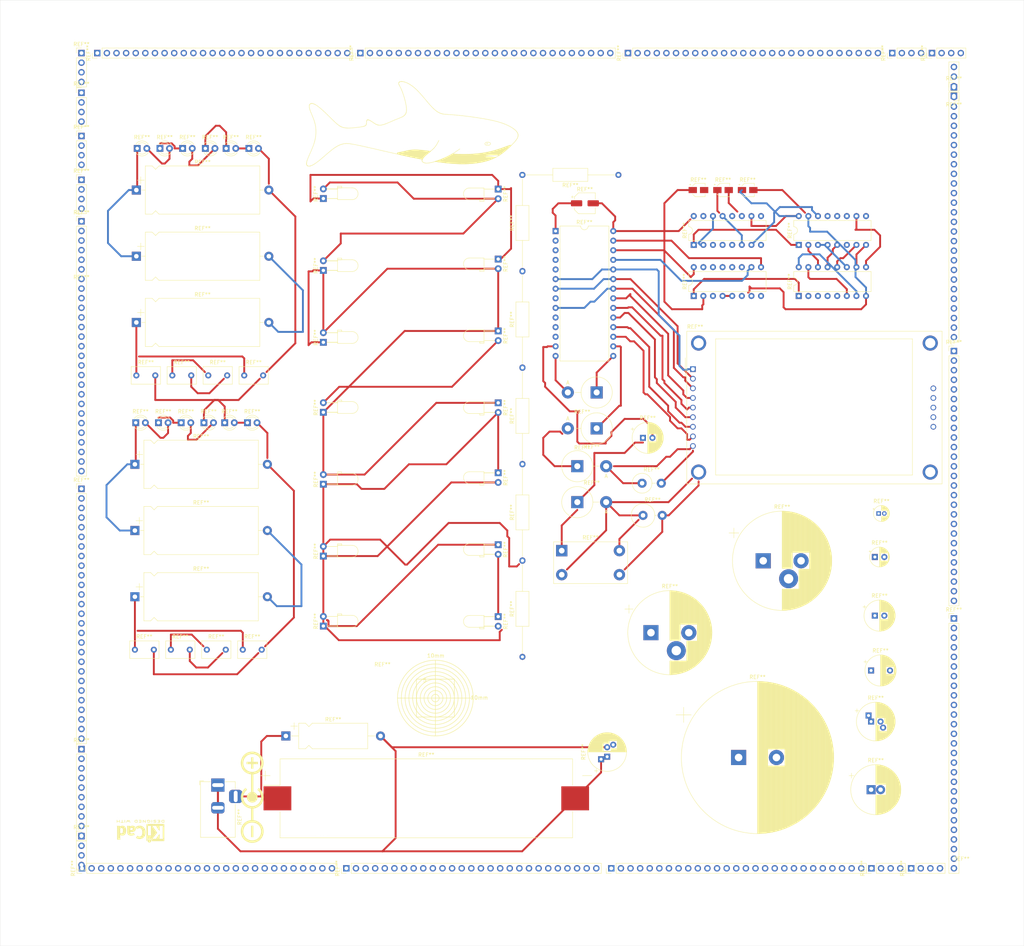
<source format=kicad_pcb>
(kicad_pcb (version 20240108) (generator "pcbnew") (generator_version "8.0")
  (layers (0 "F.Cu" signal) (31 "B.Cu" signal) (34 "B.Paste" user) (35 "F.Paste" user) (36 "B.SilkS" user "B.Silkscreen") (37 "F.SilkS" user "F.Silkscreen") (38 "B.Mask" user) (39 "F.Mask" user) (44 "Edge.Cuts" user))
  (net 0 "")
  (footprint "Diode_THT:D_5KPW_P7.62mm_Vertical_AnodeUp" (layer "F.Cu") (at 179 136.5 180)
    (property "Reference" "REF**")
    (property "Value" "D_5KPW_P7.62mm_Vertical_AnodeUp")
  )
  (footprint "Resistor_THT:R_Axial_DIN0617_L17.0mm_D6.0mm_P5.08mm_Vertical" (layer "F.Cu") (at 191.25 159.5)
    (property "Reference" "REF**")
    (property "Value" "R_Axial_DIN0617_L17.0mm_D6.0mm_P5.08mm_Vertical")
  )
  (footprint "Capacitor_THT:C_Disc_D7.5mm_W4.4mm_P5.00mm" (layer "F.Cu") (at 85.505 195)
    (property "Reference" "REF**")
    (property "Value" "C_Disc_D7.5mm_W4.4mm_P5.00mm")
  )
  (footprint "Capacitor_THT:C_Disc_D7.5mm_W4.4mm_P5.00mm" (layer "F.Cu") (at 85.89 122.5)
    (property "Reference" "REF**")
    (property "Value" "C_Disc_D7.5mm_W4.4mm_P5.00mm")
  )
  (footprint "Inductor_THT:L_CommonMode_Toroid_Vertical_L19.3mm_W10.8mm_Px6.35mm_Py15.24mm_Bourns_8100" (layer "F.Cu") (at 169.77 168.825)
    (property "Reference" "REF**")
    (property "Value" "L_CommonMode_Toroid_Vertical_L19.3mm_W10.8mm_Px6.35mm_Py15.24mm_Bourns_8100")
  )
  (footprint "Resistor_THT:R_Axial_DIN0309_L9.0mm_D3.2mm_P25.40mm_Horizontal" (layer "F.Cu") (at 184.747571 69.497147 180)
    (property "Reference" "REF**")
    (property "Value" "R_Axial_DIN0309_L9.0mm_D3.2mm_P25.40mm_Horizontal" (hide yes))
  )
  (footprint "Calibration_Scale:Gauge_10mm_Type3_SilkScreenTop" (layer "F.Cu") (at 136.39 207.79)
    (property "Reference" "REF**")
    (property "Value" "Gauge_10mm_Type3_SilkScreenTop")
  )
  (footprint "LED_THT:LED_D3.0mm" (layer "F.Cu") (at 75.23 135)
    (property "Reference" "REF**")
    (property "Value" "LED_D3.0mm")
  )
  (footprint "LED_THT:LED_D3.0mm" (layer "F.Cu") (at 63.615 62.5)
    (property "Reference" "REF**")
    (property "Value" "LED_D3.0mm")
  )
  (footprint "Capacitor_THT:CP_Radial_D13.0mm_P2.50mm" (layer "F.Cu") (at 251.5 232)
    (property "Reference" "REF**")
    (property "Value" "CP_Radial_D13.0mm_P2.50mm")
  )
  (footprint "Connector_BarrelJack:BarrelJack_Horizontal" (layer "F.Cu") (at 78.9325 230.79 90)
    (property "Reference" "REF**")
    (property "Value" "BarrelJack_Horizontal")
  )
  (footprint "Capacitor_THT:CP_Radial_D4.0mm_P1.50mm" (layer "F.Cu") (at 253.5 159)
    (property "Reference" "REF**")
    (property "Value" "CP_Radial_D4.0mm_P1.50mm")
  )
  (footprint "LED_THT:LED_D3.0mm" (layer "F.Cu") (at 57.615 62.5)
    (property "Reference" "REF**")
    (property "Value" "LED_D3.0mm")
  )
  (footprint "LED_THT:LED_D3.0mm" (layer "F.Cu") (at 69.23 135)
    (property "Reference" "REF**")
    (property "Value" "LED_D3.0mm")
  )
  (footprint "LED_THT:LED_D3.0mm" (layer "F.Cu") (at 80.73 135)
    (property "Reference" "REF**")
    (property "Value" "LED_D3.0mm")
  )
  (footprint "LED_THT:LED_D3.0mm_Horizontal_O3.81mm_Z10.0mm" (layer "F.Cu") (at 152.99 148.25 -90)
    (property "Reference" "REF**")
    (property "Value" "LED_D3.0mm_Horizontal_O3.81mm_Z10.0mm")
  )
  (footprint "Connector_PinHeader_2.54mm:PinHeader_1x27_P2.54mm_Vertical" (layer "F.Cu") (at 42.89 81.765)
    (property "Reference" "REF**")
    (property "Value" "PinHeader_1x27_P2.54mm_Vertical")
  )
  (footprint "Package_DIP:DIP-28_W15.24mm" (layer "F.Cu") (at 168.15 84.34)
    (property "Reference" "REF**")
    (property "Value" "DIP-28_W15.24mm")
  )
  (footprint "LED_THT:LED_D3.0mm_Horizontal_O3.81mm_Z10.0mm" (layer "F.Cu") (at 152.99 167.25 -90)
    (property "Reference" "REF**")
    (property "Value" "LED_D3.0mm_Horizontal_O3.81mm_Z10.0mm")
  )
  (footprint "Diode_THT:D_5KPW_P7.62mm_Vertical_AnodeUp" (layer "F.Cu") (at 173.89 156)
    (property "Reference" "REF**")
    (property "Value" "D_5KPW_P7.62mm_Vertical_AnodeUp")
  )
  (footprint "LED_THT:LED_D3.0mm_Horizontal_O3.81mm_Z10.0mm" (layer "F.Cu") (at 106.79 151.25 90)
    (property "Reference" "REF**")
    (property "Value" "LED_D3.0mm_Horizontal_O3.81mm_Z10.0mm")
  )
  (footprint "LED_THT:LED_D3.0mm_Horizontal_O3.81mm_Z10.0mm" (layer "F.Cu") (at 106.79 170.25 90)
    (property "Reference" "REF**")
    (property "Value" "LED_D3.0mm_Horizontal_O3.81mm_Z10.0mm")
  )
  (footprint "Diode_THT:D_5KPW_P7.62mm_Vertical_AnodeUp" (layer "F.Cu") (at 179 127 180)
    (property "Reference" "REF**")
    (property "Value" "D_5KPW_P7.62mm_Vertical_AnodeUp")
  )
  (footprint "Capacitor_SMD:CP_Elec_3x5.3" (layer "F.Cu") (at 205.89 73.5)
    (property "Reference" "REF**")
    (property "Value" "CP_Elec_3x5.3")
  )
  (footprint "Connector_PinHeader_2.54mm:PinHeader_1x04_P2.54mm_Vertical" (layer "F.Cu") (at 257.09 37.29 90)
    (property "Reference" "REF**")
    (property "Value" "PinHeader_1x04_P2.54mm_Vertical")
  )
  (footprint "Capacitor_THT:CP_Radial_D40.0mm_P10.00mm_SnapIn" (layer "F.Cu") (at 216.5 223.5)
    (property "Reference" "REF**")
    (property "Value" "CP_Radial_D40.0mm_P10.00mm_SnapIn")
  )
  (footprint "Symbol:Polarity_Center_Positive_6mm_SilkScreen" (layer "F.Cu") (at 88 234 90)
    (property "Reference" "REF**" (hide yes))
    (property "Value" "Polarity_Center_Positive_6mm_SilkScreen" (hide yes))
  )
  (footprint "LED_THT:LED_D3.0mm_Horizontal_O3.81mm_Z10.0mm" (layer "F.Cu") (at 106.79 113.75 90)
    (property "Reference" "REF**")
    (property "Value" "LED_D3.0mm_Horizontal_O3.81mm_Z10.0mm")
  )
  (footprint "Connector_PinHeader_2.54mm:PinHeader_1x27_P2.54mm_Vertical" (layer "F.Cu") (at 273.39 46.36)
    (property "Reference" "REF**")
    (property "Value" "PinHeader_1x27_P2.54mm_Vertical")
  )
  (footprint "Capacitor_THT:CP_Axial_L30.0mm_D12.5mm_P35.00mm_Horizontal" (layer "F.Cu") (at 57.005 146)
    (property "Reference" "REF**")
    (property "Value" "CP_Axial_L30.0mm_D12.5mm_P35.00mm_Horizontal")
  )
  (footprint "Connector_PinHeader_2.54mm:PinHeader_1x04_P2.54mm_Vertical" (layer "F.Cu") (at 42.89 47.79)
    (property "Reference" "REF**")
    (property "Value" "PinHeader_1x04_P2.54mm_Vertical")
  )
  (footprint "Resistor_THT:R_Axial_DIN0516_L15.5mm_D5.0mm_P5.08mm_Vertical" (layer "F.Cu") (at 191 151)
    (property "Reference" "REF**")
    (property "Value" "R_Axial_DIN0516_L15.5mm_D5.0mm_P5.08mm_Vertical")
  )
  (footprint "Connector_PinHeader_2.54mm:PinHeader_1x04_P2.54mm_Vertical" (layer "F.Cu") (at 273.39 48.59 180)
    (property "Reference" "REF**")
    (property "Value" "PinHeader_1x04_P2.54mm_Vertical")
  )
  (footprint "Symbol:Smolhaj_Scale_0.1" (layer "F.Cu") (at 158.243521 59.079362)
    (property "Reference" "REF**" (hide yes))
    (property "Value" "Smolhaj_Scale_0.1")
  )
  (footprint "Capacitor_THT:CP_Radial_D10.0mm_P2.50mm_P5.00mm" (layer "F.Cu") (at 181.772323 223.29 90)
    (property "Reference" "REF**")
    (property "Value" "CP_Radial_D10.0mm_P2.50mm_P5.00mm")
  )
  (footprint "Resistor_THT:R_Axial_DIN0309_L9.0mm_D3.2mm_P25.40mm_Horizontal" (layer "F.Cu") (at 159.39 145.9 90)
    (property "Reference" "REF**")
    (property "Value" "R_Axial_DIN0309_L9.0mm_D3.2mm_P25.40mm_Horizontal")
  )
  (footprint "LED_THT:LED_D3.0mm" (layer "F.Cu") (at 57.23 135)
    (property "Reference" "REF**")
    (property "Value" "LED_D3.0mm")
  )
  (footprint "LED_THT:LED_D3.0mm" (layer "F.Cu") (at 63.23 135)
    (property "Reference" "REF**")
    (property "Value" "LED_D3.0mm")
  )
  (footprint "Capacitor_THT:CP_Radial_D26.0mm_P10.00mm_3pin_SnapIn" (layer "F.Cu") (at 223 171.5)
    (property "Reference" "REF**")
    (property "Value" "CP_Radial_D26.0mm_P10.00mm_3pin_SnapIn")
  )
  (footprint "Capacitor_THT:CP_Radial_D8.0mm_P2.50mm" (layer "F.Cu") (at 252.5 186)
    (property "Reference" "REF**")
    (property "Value" "CP_Radial_D8.0mm_P2.50mm")
  )
  (footprint "Battery:BatteryHolder_Keystone_1042_1x18650" (layer "F.Cu") (at 133.99 234.29)
    (property "Reference" "REF**")
    (property "Value" "BatteryHolder_Keystone_1042_1x18650")
  )
  (footprint "Capacitor_THT:C_Disc_D7.5mm_W4.4mm_P5.00mm" (layer "F.Cu") (at 76.39 122.5)
    (property "Reference" "REF**")
    (property "Value" "C_Disc_D7.5mm_W4.4mm_P5.00mm")
  )
  (footprint "Package_DIP:DIP-16_W7.62mm" (layer "F.Cu") (at 204.65 101.5 90)
    (property "Reference" "REF**")
    (property "Value" "DIP-16_W7.62mm")
  )
  (footprint "Symbol:KiCad-Logo2_5mm_SilkScreen" (layer "F.Cu") (at 58.5 243 180)
    (property "Reference" "REF**" (hide yes))
    (property "Value" "KiCad-Logo2_5mm_SilkScreen" (hide yes))
  )
  (footprint "LED_THT:LED_D3.0mm_Horizontal_O3.81mm_Z10.0mm" (layer "F.Cu") (at 106.79 132.25 90)
    (property "Reference" "REF**")
    (property "Value" "LED_D3.0mm_Horizontal_O3.81mm_Z10.0mm")
  )
  (footprint "Display:CR2013-MI2120" (layer "F.Cu") (at 204.4325 120.84)
    (property "Reference" "REF**")
    (property "Value" "CR2013-MI2120")
  )
  (footprint "Capacitor_THT:CP_Axial_L18.0mm_D6.5mm_P25.00mm_Horizontal" (layer "F.Cu") (at 96.89 217.8075)
    (property "Reference" "REF**")
    (property "Value" "CP_Axial_L18.0mm_D6.5mm_P25.00mm_Horizontal")
  )
  (footprint "LED_THT:LED_D3.0mm_Horizontal_O3.81mm_Z10.0mm" (layer "F.Cu") (at 106.79 75.75 90)
    (property "Reference" "REF**")
    (property "Value" "LED_D3.0mm_Horizontal_O3.81mm_Z10.0mm")
  )
  (footprint "Connector_PinHeader_2.54mm:PinHeader_1x27_P2.54mm_Vertical" (layer "F.Cu") (at 47.065 37.29 90)
    (property "Reference" "REF**")
    (property "Value" "PinHeader_1x27_P2.54mm_Vertical")
  )
  (footprint "Connector_PinHeader_2.54mm:PinHeader_1x04_P2.54mm_Vertical" (layer "F.Cu") (at 262.09 252.79 90)
    (property "Reference" "REF**")
    (property "Value" "PinHeader_1x04_P2.54mm_Vertical")
  )
  (footprint "LED_THT:LED_D3.0mm_Horizontal_O3.81mm_Z10.0mm" (layer "F.Cu") (at 106.79 188.75 90)
    (property "Reference" "REF**")
    (property "Value" "LED_D3.0mm_Horizontal_O3.81mm_Z10.0mm" (hide yes))
  )
  (footprint "Package_DIP:DIP-16_W7.62mm" (layer "F.Cu") (at 232.39 101.5 90)
    (property "Reference" "REF**")
    (property "Value" "DIP-16_W7.62mm")
  )
  (footprint "LED_THT:LED_D3.0mm" (layer "F.Cu") (at 86.73 135)
    (property "Reference" "REF**")
    (property "Value" "LED_D3.0mm")
  )
  (footprint "Capacitor_THT:CP_Radial_D22.0mm_P10.00mm_3pin_SnapIn" (layer "F.Cu") (at 193.342169 190.5)
    (property "Reference" "REF**")
    (property "Value" "CP_Radial_D22.0mm_P10.00mm_3pin_SnapIn")
  )
  (footprint "Package_DIP:DIP-16_W7.62mm" (layer "F.Cu") (at 232.39 88 90)
    (property "Reference" "REF**")
    (property "Value" "DIP-16_W7.62mm")
  )
  (footprint "Resistor_THT:R_Axial_DIN0309_L9.0mm_D3.2mm_P25.40mm_Horizontal" (layer "F.Cu") (at 159.39 120.4 90)
    (property "Reference" "REF**")
    (property "Value" "R_Axial_DIN0309_L9.0mm_D3.2mm_P25.40mm_Horizontal")
  )
  (footprint "Resistor_THT:R_Axial_DIN0309_L9.0mm_D3.2mm_P25.40mm_Horizontal" (layer "F.Cu") (at 159.39 196.9 90)
    (property "Reference" "REF**")
    (property "Value" "R_Axial_DIN0309_L9.0mm_D3.2mm_P25.40mm_Horizontal")
  )
  (footprint "LED_THT:LED_D3.0mm_Horizontal_O3.81mm_Z10.0mm" (layer "F.Cu") (at 152.99 91.75 -90)
    (property "Reference" "REF**")
    (property "Value" "LED_D3.0mm_Horizontal_O3.81mm_Z10.0mm")
  )
  (footprint "Connector_PinHeader_2.54mm:PinHeader_1x27_P2.54mm_Vertical" (layer "F.Cu") (at 187.27 37.29 90)
    (property "Reference" "REF**")
    (property "Value" "PinHeader_1x27_P2.54mm_Vertical")
  )
  (footprint "Connector_PinHeader_2.54mm:PinHeader_1x27_P2.54mm_Vertical" (layer "F.Cu") (at 273.39 116.045)
    (property "Reference" "REF**")
    (property "Value" "PinHeader_1x27_P2.54mm_Vertical")
  )
  (footprint "Capacitor_THT:CP_Axial_L30.0mm_D12.5mm_P35.00mm_Horizontal" (layer "F.Cu") (at 57.39 108.5)
    (property "Reference" "REF**")
    (property "Value" "CP_Axial_L30.0mm_D12.5mm_P35.00mm_Horizontal")
  )
  (footprint "Capacitor_THT:CP_Axial_L30.0mm_D12.5mm_P35.00mm_Horizontal" (layer "F.Cu") (at 57.005 181)
    (property "Reference" "REF**")
    (property "Value" "CP_Axial_L30.0mm_D12.5mm_P35.00mm_Horizontal")
  )
  (footprint "Capacitor_THT:CP_Radial_D8.0mm_P2.50mm" (layer "F.Cu") (at 191.237349 139)
    (property "Reference" "REF**")
    (property "Value" "CP_Radial_D8.0mm_P2.50mm")
  )
  (footprint "Connector_PinHeader_2.54mm:PinHeader_1x27_P2.54mm_Vertical" (layer "F.Cu") (at 43.03 252.79 90)
    (property "Reference" "REF**")
    (property "Value" "PinHeader_1x27_P2.54mm_Vertical")
  )
  (footprint "Connector_PinHeader_2.54mm:PinHeader_1x04_P2.54mm_Vertical" (layer "F.Cu") (at 42.89 244.29)
    (property "Reference" "REF**")
    (property "Value" "PinHeader_1x04_P2.54mm_Vertical")
  )
  (footprint "LED_THT:LED_D3.0mm" (layer "F.Cu") (at 81.115 62.5)
    (property "Reference" "REF**")
    (property "Value" "LED_D3.0mm")
  )
  (footprint "Capacitor_THT:C_Disc_D7.5mm_W4.4mm_P5.00mm" (layer "F.Cu") (at 76.005 195)
    (property "Reference" "REF**")
    (property "Value" "C_Disc_D7.5mm_W4.4mm_P5.00mm")
  )
  (footprint "Capacitor_THT:CP_Radial_D5.0mm_P2.50mm" (layer "F.Cu") (at 252.5 170.5)
    (property "Reference" "REF**")
    (property "Value" "CP_Radial_D5.0mm_P2.50mm")
  )
  (footprint "Capacitor_THT:C_Disc_D7.5mm_W4.4mm_P5.00mm" (layer "F.Cu") (at 66.505 195)
    (property "Reference" "REF**")
    (property "Value" "C_Disc_D7.5mm_W4.4mm_P5.00mm")
  )
  (footprint "Connector_PinHeader_2.54mm:PinHeader_1x04_P2.54mm_Vertical" (layer "F.Cu") (at 267.59 37.29 90)
    (property "Reference" "REF**")
    (property "Value" "PinHeader_1x04_P2.54mm_Vertical")
  )
  (footprint "Package_DIP:DIP-16_W7.62mm" (layer "F.Cu") (at 204.65 88 90)
    (property "Reference" "REF**")
    (property "Value" "DIP-16_W7.62mm")
  )
  (footprint "Resistor_THT:R_Axial_DIN0309_L9.0mm_D3.2mm_P25.40mm_Horizontal" (layer "F.Cu") (at 159.39 94.9 90)
    (property "Reference" "REF**")
    (property "Value" "R_Axial_DIN0309_L9.0mm_D3.2mm_P25.40mm_Horizontal")
  )
  (footprint "Connector_PinHeader_2.54mm:PinHeader_1x27_P2.54mm_Vertical" (layer "F.Cu") (at 42.89 152.47)
    (property "Reference" "REF**")
    (property "Value" "PinHeader_1x27_P2.54mm_Vertical")
  )
  (footprint "Capacitor_THT:C_Disc_D7.5mm_W4.4mm_P5.00mm" (layer "F.Cu") (at 66.89 122.5)
    (property "Reference" "REF**")
    (property "Value" "C_Disc_D7.5mm_W4.4mm_P5.00mm")
  )
  (footprint "Connector_PinHeader_2.54mm:PinHeader_1x10_P2.54mm_Vertical" (layer "F.Cu") (at 42.89 221.29)
    (property "Reference" "REF**")
    (property "Value" "PinHeader_1x10_P2.54mm_Vertical")
  )
  (footprint "Capacitor_THT:C_Disc_D7.5mm_W4.4mm_P5.00mm" (layer "F.Cu") (at 57.39 122.5)
    (property "Reference" "REF**")
    (property "Value" "C_Disc_D7.5mm_W4.4mm_P5.00mm")
  )
  (footprint "Capacitor_THT:C_Disc_D7.5mm_W4.4mm_P5.00mm" (layer "F.Cu") (at 57.005 195)
    (property "Reference" "REF**")
    (property "Value" "C_Disc_D7.5mm_W4.4mm_P5.00mm")
  )
  (footprint "Connector_PinHeader_2.54mm:PinHeader_1x27_P2.54mm_Vertical" (layer "F.Cu") (at 112.865 252.79 90)
    (property "Reference" "REF**")
    (property "Value" "PinHeader_1x27_P2.54mm_Vertical")
  )
  (footprint "Capacitor_THT:CP_Radial_D10.0mm_P2.50mm_P5.00mm" (layer "F.Cu") (at 251.5 214)
    (property "Reference" "REF**")
    (property "Value" "CP_Radial_D10.0mm_P2.50mm_P5.00mm")
  )
  (footprint "Connector_PinHeader_2.54mm:PinHeader_1x27_P2.54mm_Vertical" (layer "F.Cu") (at 116.565 37.29 90)
    (property "Reference" "REF**")
    (property "Value" "PinHeader_1x27_P2.54mm_Vertical" (hide yes))
  )
  (footprint "Capacitor_THT:CP_Axial_L30.0mm_D12.5mm_P35.00mm_Horizontal" (layer "F.Cu") (at 57.39 73.5)
    (property "Reference" "REF**")
    (property "Value" "CP_Axial_L30.0mm_D12.5mm_P35.00mm_Horizontal")
  )
  (footprint "Connector_PinHeader_2.54mm:PinHeader_1x04_P2.54mm_Vertical" (layer "F.Cu") (at 42.89 59.21)
    (property "Reference" "REF**")
    (property "Value" "PinHeader_1x04_P2.54mm_Vertical")
  )
  (footprint "Capacitor_THT:CP_Radial_D8.0mm_P5.00mm" (layer "F.Cu") (at 251.5 200.5)
    (property "Reference" "REF**")
    (property "Value" "CP_Radial_D8.0mm_P5.00mm")
  )
  (footprint "LED_THT:LED_D3.0mm_Horizontal_O3.81mm_Z10.0mm" (layer "F.Cu") (at 152.99 186.25 -90)
    (property "Reference" "REF**")
    (property "Value" "LED_D3.0mm_Horizontal_O3.81mm_Z10.0mm")
  )
  (footprint "Connector_PinHeader_2.54mm:PinHeader_1x04_P2.54mm_Vertical" (layer "F.Cu") (at 42.89 70.79)
    (property "Reference" "REF**")
    (property "Value" "PinHeader_1x04_P2.54mm_Vertical")
  )
  (footprint "LED_THT:LED_D3.0mm_Horizontal_O3.81mm_Z10.0mm" (layer "F.Cu") (at 152.99 110.75 -90)
    (property "Reference" "REF**")
    (property "Value" "LED_D3.0mm_Horizontal_O3.81mm_Z10.0mm")
  )
  (footprint "Connector_PinHeader_2.54mm:PinHeader_1x27_P2.54mm_Vertical" (layer "F.Cu") (at 182.865 252.79 90)
    (property "Reference" "REF**")
    (property "Value" "PinHeader_1x27_P2.54mm_Vertical")
  )
  (footprint "Diode_THT:D_5KPW_P7.62mm_Vertical_AnodeUp" (layer "F.Cu") (at 173.89 146.5)
    (property "Reference" "REF**")
    (property "Value" "D_5KPW_P7.62mm_Vertical_AnodeUp")
  )
  (footprint "Resistor_THT:R_Axial_DIN0309_L9.0mm_D3.2mm_P25.40mm_Horizontal" (layer "F.Cu") (at 159.39 171.4 90)
    (property "Reference" "REF**")
    (property "Value" "R_Axial_DIN0309_L9.0mm_D3.2mm_P25.40mm_Horizontal")
  )
  (footprint "LED_THT:LED_D3.0mm_Horizontal_O3.81mm_Z10.0mm" (layer "F.Cu") (at 152.99 129.75 -90)
    (property "Reference" "REF**")
    (property "Value" "LED_D3.0mm_Horizontal_O3.81mm_Z10.0mm")
  )
  (footprint "LED_THT:LED_D3.0mm" (layer "F.Cu") (at 75.615 62.5)
    (property "Reference" "REF**")
    (property "Value" "LED_D3.0mm")
  )
  (footprint "Capacitor_THT:CP_Axial_L30.0mm_D12.5mm_P35.00mm_Horizontal" (layer "F.Cu") (at 57.39 91)
    (property "Reference" "REF**")
    (property "Value" "CP_Axial_L30.0mm_D12.5mm_P35.00mm_Horizontal")
  )
  (footprint "LED_THT:LED_D3.0mm_Horizontal_O3.81mm_Z10.0mm" (layer "F.Cu") (at 152.99 73.25 -90)
    (property "Reference" "REF**")
    (property "Value" "LED_D3.0mm_Horizontal_O3.81mm_Z10.0mm")
  )
  (footprint "Capacitor_SMD:CP_Elec_3x5.3" (layer "F.Cu") (at 218.89 73.5)
    (property "Reference" "REF**")
    (property "Value" "CP_Elec_3x5.3")
  )
  (footprint "Capacitor_THT:CP_Axial_L30.0mm_D12.5mm_P35.00mm_Horizontal" (layer "F.Cu") (at 57.005 163.5)
    (property "Reference" "REF**")
    (property "Value" "CP_Axial_L30.0mm_D12.5mm_P35.00mm_Horizontal")
  )
  (footprint "Connector_PinHeader_2.54mm:PinHeader_1x04_P2.54mm_Vertical" (layer "F.Cu") (at 42.89 37.29)
    (property "Reference" "REF**")
    (property "Value" "PinHeader_1x04_P2.54mm_Vertical")
  )
  (footprint "LED_THT:LED_D3.0mm_Horizontal_O3.81mm_Z10.0mm" (layer "F.Cu") (at 106.79 94.75 90)
    (property "Reference" "REF**")
    (property "Value" "LED_D3.0mm_Horizontal_O3.81mm_Z10.0mm")
  )
  (footprint "Capacitor_SMD:CP_Elec_3x5.3" (layer "F.Cu") (at 212.39 73.5)
    (property "Reference" "REF**")
    (property "Value" "CP_Elec_3x5.3")
  )
  (footprint "LED_THT:LED_D3.0mm" (layer "F.Cu") (at 69.615 62.5)
    (property "Reference" "REF**")
    (property "Value" "LED_D3.0mm")
  )
  (footprint "LED_THT:LED_D3.0mm" (layer "F.Cu") (at 87.115 62.5)
    (property "Reference" "REF**")
    (property "Value" "LED_D3.0mm")
  )
  (footprint "Connector_PinHeader_2.54mm:PinHeader_1x04_P2.54mm_Vertical" (layer "F.Cu") (at 251.59 252.79 90)
    (property "Reference" "REF**")
    (property "Value" "PinHeader_1x04_P2.54mm_Vertical")
  )
  (footprint "Connector_PinHeader_2.54mm:PinHeader_1x27_P2.54mm_Vertical" (layer "F.Cu") (at 273.39 186.75)
    (property "Reference" "REF**")
    (property "Value" "PinHeader_1x27_P2.54mm_Vertical")
  )
  (footprint "Capacitor_SMD:CP_Elec_5x3.9" (layer "F.Cu") (at 175.89 77)
    (property "Reference" "REF**")
    (property "Value" "CP_Elec_5x3.9")
  )
  (gr_rect (start 21.39 23.29) (end 291.89 273.29) (stroke (width 0.05)) (fill none) (layer "Edge.Cuts"))
  (gr_text "REF**" (at 275.39 250.29 0) (layer "F.SilkS") (effects (font (size 1 1))))
  (segment (start 191.89 127.5) (end 192.39 127.5) (width 0.5) (layer "F.Cu") (net 0))
  (segment (start 164.89 115) (end 165.89 115) (width 0.5) (layer "F.Cu") (net 0))
  (segment (start 188.39 104.5) (end 195.89 112) (width 0.5) (layer "F.Cu") (net 0))
  (segment (start 180.172323 223.960937) (end 180.172323 227.437677) (width 0.5) (layer "F.Cu") (net 0))
  (segment (start 110.900051 192.5) (end 153.39 192.5) (width 0.5) (layer "F.Cu") (net 0))
  (segment (start 197.9825 156) (end 204.200088 149.782412) (width 0.5) (layer "F.Cu") (net 0))
  (segment (start 111.39 87.61) (end 106.79 92.21) (width 0.5) (layer "F.Cu") (net 0))
  (segment (start 90.39 219.29) (end 90.39 233.79) (width 0.5) (layer "F.Cu") (net 0))
  (segment (start 174.39 140.5) (end 173.89 140) (width 0.5) (layer "F.Cu") (net 0))
  (segment (start 153.39 161.5) (end 155.39 163.5) (width 0.5) (layer "F.Cu") (net 0))
  (segment (start 84.89 248.29) (end 122.39 248.29) (width 0.5) (layer "F.Cu") (net 0))
  (segment (start 71.89 122.5) (end 71.89 125.5) (width 0.5) (layer "F.Cu") (net 0))
  (segment (start 167.89 146.5) (end 164.89 143.5) (width 0.5) (layer "F.Cu") (net 0))
  (segment (start 245.09 99.7) (end 245.09 101.5) (width 0.5) (layer "F.Cu") (net 0))
  (segment (start 106.79 94.75) (end 106.79 111.21) (width 0.5) (layer "F.Cu") (net 0))
  (segment (start 228.05 73.5) (end 234.046117 79.496117) (width 0.5) (layer "F.Cu") (net 0))
  (segment (start 168.15 123.77) (end 171.38 127) (width 0.5) (layer "F.Cu") (net 0))
  (segment (start 116.89 152.5) (end 115.64 151.25) (width 0.5) (layer "F.Cu") (net 0))
  (segment (start 152.99 148.25) (end 152.99 132.29) (width 0.5) (layer "F.Cu") (net 0))
  (segment (start 66.505 195) (end 66.505 191) (width 0.5) (layer "F.Cu") (net 0))
  (segment (start 76.29495 199.71005) (end 80.121117 195.883883) (width 0.5) (layer "F.Cu") (net 0))
  (segment (start 242.39 97) (end 245.09 99.7) (width 0.5) (layer "F.Cu") (net 0))
  (segment (start 152.99 113.29) (end 140.78 125.5) (width 0.5) (layer "F.Cu") (net 0))
  (segment (start 66.505 191) (end 72.005 191) (width 0.5) (layer "F.Cu") (net 0))
  (segment (start 91.8725 217.8075) (end 90.39 219.29) (width 0.5) (layer "F.Cu") (net 0))
  (segment (start 201.89 127.5) (end 201.89 126.5) (width 0.5) (layer "F.Cu") (net 0))
  (segment (start 106.79 75.75) (end 104.14 75.75) (width 0.5) (layer "F.Cu") (net 0))
  (segment (start 62.005 195) (end 62.005 201.5) (width 0.5) (layer "F.Cu") (net 0))
  (segment (start 213.89 73.5) (end 213.89 76.92) (width 0.5) (layer "F.Cu") (net 0))
  (segment (start 234.93 96.54) (end 235.39 97) (width 0.5) (layer "F.Cu") (net 0))
  (segment (start 169.77 162.17) (end 173.89 158.05) (width 0.5) (layer "F.Cu") (net 0))
  (segment (start 196.39 112) (end 196.39 123.5) (width 0.5) (layer "F.Cu") (net 0))
  (segment (start 66.329189 133.65) (end 63.23 133.65) (width 0.5) (layer "F.Cu") (net 0))
  (segment (start 250.17 101.5) (end 250.17 103.72) (width 0.5) (layer "F.Cu") (net 0))
  (segment (start 108.14 187.4) (end 108.14 188.75) (width 0.5) (layer "F.Cu") (net 0))
  (segment (start 229.01 80.38) (end 232.39 80.38) (width 0.5) (layer "F.Cu") (net 0))
  (segment (start 185.01 165.74) (end 190.083274 160.666726) (width 0.5) (layer "F.Cu") (net 0))
  (segment (start 181.51 156) (end 181.51 163.435) (width 0.5) (layer "F.Cu") (net 0))
  (segment (start 186.39 106) (end 185.19 107.2) (width 0.5) (layer "F.Cu") (net 0))
  (segment (start 123.71 94.29) (end 106.79 111.21) (width 0.5) (layer "F.Cu") (net 0))
  (segment (start 96.89 217.8075) (end 91.8725 217.8075) (width 0.5) (layer "F.Cu") (net 0))
  (segment (start 214.81 101.5) (end 212.27 101.5) (width 0.5) (layer "F.Cu") (net 0))
  (segment (start 183.39 97.04) (end 187.93 97.04) (width 0.5) (layer "F.Cu") (net 0))
  (segment (start 203.39 91.5) (end 222.39 91.5) (width 0.5) (layer "F.Cu") (net 0))
  (segment (start 126.39 71.5) (end 130.68 75.79) (width 0.5) (layer "F.Cu") (net 0))
  (segment (start 187.23 104.66) (end 187.39 104.5) (width 0.5) (layer "F.Cu") (net 0))
  (segment (start 152.99 167.25) (end 137.14 167.25) (width 0.5) (layer "F.Cu") (net 0))
  (segment (start 180.172323 227.437677) (end 173.32 234.29) (width 0.5) (layer "F.Cu") (net 0))
  (segment (start 250.17 93.88) (end 250.17 92.22) (width 0.5) (layer "F.Cu") (net 0))
  (segment (start 66.155 62.5) (end 66.155 65.235) (width 0.5) (layer "F.Cu") (net 0))
  (segment (start 204.4325 133.54) (end 202.43 133.54) (width 0.5) (layer "F.Cu") (net 0))
  (segment (start 197.89 132) (end 200.89 135) (width 0.5) (layer "F.Cu") (net 0))
  (segment (start 204.65 99.74) (end 207.39 97) (width 0.5) (layer "F.Cu") (net 0))
  (segment (start 104.14 75.75) (end 103.39 76.5) (width 0.5) (layer "F.Cu") (net 0))
  (segment (start 183.39 84.34) (end 200.69 84.34) (width 0.5) (layer "F.Cu") (net 0))
  (segment (start 89.27 135) (end 92.005 137.735) (width 0.5) (layer "F.Cu") (net 0))
  (segment (start 247.63 83.76) (end 247.63 80.38) (width 0.5) (layer "F.Cu") (net 0))
  (segment (start 186.77 102.12) (end 183.39 102.12) (width 0.5) (layer "F.Cu") (net 0))
  (segment (start 205.89 84) (end 204.65 85.24) (width 0.5) (layer "F.Cu") (net 0))
  (segment (start 152.99 91.75) (end 153.64 91.75) (width 0.5) (layer "F.Cu") (net 0))
  (segment (start 187.89 101.5) (end 187.89 101) (width 0.5) (layer "F.Cu") (net 0))
  (segment (start 122.89 152.5) (end 116.89 152.5) (width 0.5) (layer "F.Cu") (net 0))
  (segment (start 188.47 99.58) (end 199.39 110.5) (width 0.5) (layer "F.Cu") (net 0))
  (segment (start 195.89 112) (end 196.39 112) (width 0.5) (layer "F.Cu") (net 0))
  (segment (start 194.89 146.5) (end 183.56 146.5) (width 0.5) (layer "F.Cu") (net 0))
  (segment (start 92.005 137.735) (end 92.005 144.35) (width 0.5) (layer "F.Cu") (net 0))
  (segment (start 234.93 89.54) (end 234.93 88) (width 0.5) (layer "F.Cu") (net 0))
  (segment (start 185.21 114.82) (end 183.39 114.82) (width 0.5) (layer "F.Cu") (net 0))
  (segment (start 198.39 144) (end 197.39 144) (width 0.5) (layer "F.Cu") (net 0))
  (segment (start 78.005 129) (end 75.23 131.775) (width 0.5) (layer "F.Cu") (net 0))
  (segment (start 191 151) (end 186.01 151) (width 0.5) (layer "F.Cu") (net 0))
  (segment (start 220.39 73.5) (end 228.05 73.5) (width 0.5) (layer "F.Cu") (net 0))
  (segment (start 187.39 110) (end 187.89 110) (width 0.5) (layer "F.Cu") (net 0))
  (segment (start 62.005 201.5) (end 84.005 201.5) (width 0.5) (layer "F.Cu") (net 0))
  (segment (start 164.89 143.5) (end 164.89 139) (width 0.5) (layer "F.Cu") (net 0))
  (segment (start 202.43 133.54) (end 199.89 131) (width 0.5) (layer "F.Cu") (net 0))
  (segment (start 152.99 110.75) (end 128.29 110.75) (width 0.5) (layer "F.Cu") (net 0))
  (segment (start 121.14 170.25) (end 106.79 170.25) (width 0.5) (layer "F.Cu") (net 0))
  (segment (start 155.39 165) (end 155.89 165.5) (width 0.5) (layer "F.Cu") (net 0))
  (segment (start 196.08 151) (end 204.4325 142.6475) (width 0.5) (layer "F.Cu") (net 0))
  (segment (start 169.77 168.825) (end 169.77 162.17) (width 0.5) (layer "F.Cu") (net 0))
  (segment (start 196.33 159.5) (end 198.027056 159.5) (width 0.5) (layer "F.Cu") (net 0))
  (segment (start 171.89 132) (end 165.39 125.5) (width 0.5) (layer "F.Cu") (net 0))
  (segment (start 152.99 75.79) (end 143.78 85) (width 0.5) (layer "F.Cu") (net 0))
  (segment (start 62.39 129) (end 84.39 129) (width 0.5) (layer "F.Cu") (net 0))
  (segment (start 198.027056 159.5) (end 205.9325 151.594556) (width 0.5) (layer "F.Cu") (net 0))
  (segment (start 168.89 77) (end 167.39 78.5) (width 0.5) (layer "F.Cu") (net 0))
  (segment (start 168.15 117.36) (end 168.15 123.77) (width 0.5) (layer "F.Cu") (net 0))
  (segment (start 205.9325 151.594556) (end 205.9325 150.5) (width 0.5) (layer "F.Cu") (net 0))
  (segment (start 198.89 105) (end 206.89 105) (width 0.5) (layer "F.Cu") (net 0))
  (segment (start 72.39 118.5) (end 75.506117 121.616117) (width 0.5) (layer "F.Cu") (net 0))
  (segment (start 92.39 73.5) (end 99.39 80.5) (width 0.5) (layer "F.Cu") (net 0))
  (segment (start 85.505 190.5) (end 85.005 190) (width 0.5) (layer "F.Cu") (net 0))
  (segment (start 192.89 125.5) (end 197.89 130.5) (width 0.5) (layer "F.Cu") (net 0))
  (segment (start 67.12 134.440811) (end 66.329189 133.65) (width 0.5) (layer "F.Cu") (net 0))
  (segment (start 183.39 82) (end 183.39 84.34) (width 0.5) (layer "F.Cu") (net 0))
  (segment (start 85.005 190) (end 57.705 190) (width 0.5) (layer "F.Cu") (net 0))
  (segment (start 71.89 125.5) (end 73.60005 127.21005) (width 0.5) (layer "F.Cu") (net 0))
  (segment (start 151.39 69.5) (end 152.99 71.1) (width 0.5) (layer "F.Cu") (net 0))
  (segment (start 85.89 122.5) (end 85.89 118) (width 0.5) (layer "F.Cu") (net 0))
  (segment (start 235.39 97) (end 242.39 97) (width 0.5) (layer "F.Cu") (net 0))
  (segment (start 77.77 135) (end 73.27 139.5) (width 0.5) (layer "F.Cu") (net 0))
  (segment (start 81.115 58.225) (end 79.39 56.5) (width 0.5) (layer "F.Cu") (net 0))
  (segment (start 194.89 124.5) (end 194.89 123.5) (width 0.5) (layer "F.Cu") (net 0))
  (segment (start 191.39 134) (end 186.39 134) (width 0.5) (layer "F.Cu") (net 0))
  (segment (start 248.89 105) (end 228.89 105) (width 0.5) (layer "F.Cu") (net 0))
  (segment (start 84.39 129) (end 90.006117 123.383883) (width 0.5) (layer "F.Cu") (net 0))
  (segment (start 199.39 120.5) (end 201.89 123) (width 0.5) (layer "F.Cu") (net 0))
  (segment (start 202.89 131.5) (end 203.39 131) (width 0.5) (layer "F.Cu") (net 0))
  (segment (start 94.16 233.79) (end 94.66 234.29) (width 0.5) (layer "F.Cu") (net 0))
  (segment (start 152.99 132.29) (end 139.28 146) (width 0.5) (layer "F.Cu") (net 0))
  (segment (start 226.39 84) (end 205.89 84) (width 0.5) (layer "F.Cu") (net 0))
  (segment (start 222.39 91.5) (end 222.43 91.54) (width 0.5) (layer "F.Cu") (net 0))
  (segment (start 183.39 86.88) (end 198.77 86.88) (width 0.5) (layer "F.Cu") (net 0))
  (segment (start 179 127) (end 179 121.75) (width 0.5) (layer "F.Cu") (net 0))
  (segment (start 90.39 233.79) (end 94.16 233.79) (width 0.5) (layer "F.Cu") (net 0))
  (segment (start 80.73 135) (end 80.73 130.725) (width 0.5) (layer "F.Cu") (net 0))
  (segment (start 186.39 143) (end 189.14 140.25) (width 0.5) (layer "F.Cu") (net 0))
  (segment (start 250.17 103.72) (end 248.89 105) (width 0.5) (layer "F.Cu") (net 0))
  (segment (start 200.39 109.5) (end 200.39 119.3375) (width 0.5) (layer "F.Cu") (net 0))
  (segment (start 153.64 91.75) (end 156.39 89) (width 0.5) (layer "F.Cu") (net 0))
  (segment (start 186.67 112.28) (end 187.89 113.5) (width 0.5) (layer "F.Cu") (net 0))
  (segment (start 152.99 150.79) (end 140.6 150.79) (width 0.5) (layer "F.Cu") (net 0))
  (segment (start 115.64 151.25) (end 106.79 151.25) (width 0.5) (layer "F.Cu") (net 0))
  (segment (start 92.005 146) (end 99.005 153) (width 0.5) (layer "F.Cu") (net 0))
  (segment (start 194.89 123.5) (end 194.39 123) (width 0.5) (layer "F.Cu") (net 0))
  (segment (start 71.005 138.5) (end 71.77 137.735) (width 0.5) (layer "F.Cu") (net 0))
  (segment (start 128.29 110.75) (end 106.79 132.25) (width 0.5) (layer "F.Cu") (net 0))
  (segment (start 187.89 113.5) (end 188.89 113.5) (width 0.5) (layer "F.Cu") (net 0))
  (segment (start 185.39 130.5) (end 185.39 115) (width 0.5) (layer "F.Cu") (net 0))
  (segment (start 156.14 73.25) (end 152.99 73.25) (width 0.5) (layer "F.Cu") (net 0))
  (segment (start 122.39 248.29) (end 159.32 248.29) (width 0.5) (layer "F.Cu") (net 0))
  (segment (start 183.89 81.5) (end 183.39 82) (width 0.5) (layer "F.Cu") (net 0))
  (segment (start 253.89 85.5) (end 252.39 84) (width 0.5) (layer "F.Cu") (net 0))
  (segment (start 102.89 114.5) (end 102.89 95) (width 0.5) (layer "F.Cu") (net 0))
  (segment (start 202.85 128.46) (end 201.89 127.5) (width 0.5) (layer "F.Cu") (net 0))
  (segment (start 181.39 140.5) (end 174.39 140.5) (width 0.5) (layer "F.Cu") (net 0))
  (segment (start 153.39 190.299189) (end 153.944595 189.744594) (width 0.5) (layer "F.Cu") (net 0))
  (segment (start 185 130.5) (end 185.39 130.5) (width 0.5) (layer "F.Cu") (net 0))
  (segment (start 187.89 110) (end 192.89 115) (width 0.5) (layer "F.Cu") (net 0))
  (segment (start 65.77 137.735) (end 64.505 139) (width 0.5) (layer "F.Cu") (net 0))
  (segment (start 136.64 129.75) (end 117.68 148.71) (width 0.5) (layer "F.Cu") (net 0))
  (segment (start 198.77 86.88) (end 203.39 91.5) (width 0.5) (layer "F.Cu") (net 0))
  (segment (start 213.89 76.92) (end 216.18 79.21) (width 0.5) (layer "F.Cu") (net 0))
  (segment (start 78.9325 242.3325) (end 84.89 248.29) (width 0.5) (layer "F.Cu") (net 0))
  (segment (start 237.47 93.88) (end 237.47 92.08) (width 0.5) (layer "F.Cu") (net 0))
  (segment (start 210.89 73.5) (end 210.89 79) (width 0.5) (layer "F.Cu") (net 0))
  (segment (start 57.39 108.5) (end 57.39 122.5) (width 0.5) (layer "F.Cu") (net 0))
  (segment (start 247.39 84) (end 247.63 83.76) (width 0.5) (layer "F.Cu") (net 0))
  (segment (start 200.39 136.5) (end 201.39 136.5) (width 0.5) (layer "F.Cu") (net 0))
  (segment (start 191.25 159.5) (end 185.01 159.5) (width 0.5) (layer "F.Cu") (net 0))
  (segment (start 72.155 65.235) (end 72.155 62.5) (width 0.5) (layer "F.Cu") (net 0))
  (segment (start 196.33 159.5) (end 196.33 163.855) (width 0.5) (layer "F.Cu") (net 0))
  (segment (start 121.89 217.8075) (end 125.89 221.8075) (width 0.5) (layer "F.Cu") (net 0))
  (segment (start 155.89 165.5) (end 155.89 173) (width 0.5) (layer "F.Cu") (net 0))
  (segment (start 183.39 109.74) (end 187.13 109.74) (width 0.5) (layer "F.Cu") (net 0))
  (segment (start 108.14 187.56) (end 107.744594 187.164594) (width 0.5) (layer "F.Cu") (net 0))
  (segment (start 128.89 172.5) (end 139.89 161.5) (width 0.5) (layer "F.Cu") (net 0))
  (segment (start 157.89 173) (end 158.506117 172.383883) (width 0.5) (layer "F.Cu") (net 0))
  (segment (start 165.39 125.5) (end 165.39 124.5) (width 0.5) (layer "F.Cu") (net 0))
  (segment (start 200.39 142) (end 198.39 144) (width 0.5) (layer "F.Cu") (net 0))
  (segment (start 210.89 79) (end 211.386117 79.496117) (width 0.5) (layer "F.Cu") (net 0))
  (segment (start 194.39 113) (end 187.39 106) (width 0.5) (layer "F.Cu") (net 0))
  (segment (start 139.89 161.5) (end 153.39 161.5) (width 0.5) (layer "F.Cu") (net 0))
  (segment (start 199.39 110.5) (end 199.39 120.5) (width 0.5) (layer "F.Cu") (net 0))
  (segment (start 152.99 94.29) (end 123.71 94.29) (width 0.5) (layer "F.Cu") (net 0))
  (segment (start 232.39 98) (end 232.39 100.25) (width 0.5) (layer "F.Cu") (net 0))
  (segment (start 71.005 139.5) (end 71.005 138.5) (width 0.5) (layer "F.Cu") (net 0))
  (segment (start 178.09 77) (end 180.39 77) (width 0.5) (layer "F.Cu") (net 0))
  (segment (start 197.39 144) (end 194.89 146.5) (width 0.5) (layer "F.Cu") (net 0))
  (segment (start 228.39 104.5) (end 228.39 100.5) (width 0.5) (layer "F.Cu") (net 0))
  (segment (start 140.6 150.79) (end 121.14 170.25) (width 0.5) (layer "F.Cu") (net 0))
  (segment (start 152.99 129.75) (end 136.64 129.75) (width 0.5) (layer "F.Cu") (net 0))
  (segment (start 125.89 221.8075) (end 125.89 244.79) (width 0.5) (layer "F.Cu") (net 0))
  (segment (start 166.07 114.82) (end 168.15 114.82) (width 0.5) (layer "F.Cu") (net 0))
  (segment (start 73.655 67) (end 71.39 67) (width 0.5) (layer "F.Cu") (net 0))
  (segment (start 187.13 109.74) (end 187.39 110) (width 0.5) (layer "F.Cu") (net 0))
  (segment (start 166.540862 137.349138) (end 169.33 137.349138) (width 0.5) (layer "F.Cu") (net 0))
  (segment (start 83.6325 233.79) (end 90.39 233.79) (width 0.5) (layer "F.Cu") (net 0))
  (segment (start 253.89 88.5) (end 253.89 85.5) (width 0.5) (layer "F.Cu") (net 0))
  (segment (start 106.79 148.71) (end 106.79 132.25) (width 0.5) (layer "F.Cu") (net 0))
  (segment (start 187.93 97.04) (end 200.39 109.5) (width 0.5) (layer "F.Cu") (net 0))
  (segment (start 228.89 105) (end 228.39 104.5) (width 0.5) (layer "F.Cu") (net 0))
  (segment (start 139.28 146) (end 129.39 146) (width 0.5) (layer "F.Cu") (net 0))
  (segment (start 104.14 94.75) (end 106.79 94.75) (width 0.5) (layer "F.Cu") (net 0))
  (segment (start 180.39 77) (end 183.89 80.5) (width 0.5) (layer "F.Cu") (net 0))
  (segment (start 183.39 89.42) (end 196.81 89.42) (width 0.5) (layer "F.Cu") (net 0))
  (segment (start 228.39 100.5) (end 227.39 99.5) (width 0.5) (layer "F.Cu") (net 0))
  (segment (start 219.89 80.38) (end 219.89 83) (width 0.5) (layer "F.Cu") (net 0))
  (segment (start 242.55 92.34) (end 243.39 91.5) (width 0.5) (layer "F.Cu") (net 0))
  (segment (start 75.615 59.275) (end 75.615 62.5) (width 0.5) (layer "F.Cu") (net 0))
  (segment (start 204.4325 128.46) (end 202.85 128.46) (width 0.5) (layer "F.Cu") (net 0))
  (segment (start 167.39 79.5) (end 168.15 80.26) (width 0.5) (layer "F.Cu") (net 0))
  (segment (start 247.63 90.54) (end 250.17 88) (width 0.5) (layer "F.Cu") (net 0))
  (segment (start 232.39 88) (end 230.39 88) (width 0.5) (layer "F.Cu") (net 0))
  (segment (start 202.47 136.08) (end 204.4325 136.08) (width 0.5) (layer "F.Cu") (net 0))
  (segment (start 140.78 125.5) (end 111 125.5) (width 0.5) (layer "F.Cu") (net 0))
  (segment (start 69.615 62.5) (end 67.505 62.5) (width 0.5) (layer "F.Cu") (net 0))
  (segment (start 173.89 132.5) (end 174.39 132) (width 0.5) (layer "F.Cu") (net 0))
  (segment (start 219.89 83) (end 226.39 83) (width 0.5) (layer "F.Cu") (net 0))
  (segment (start 103.39 76.5) (end 103.39 69.5) (width 0.5) (layer "F.Cu") (net 0))
  (segment (start 196.33 163.855) (end 186.388858 173.796142) (width 0.5) (layer "F.Cu") (net 0))
  (segment (start 200.39 73.5) (end 196.89 77) (width 0.5) (layer "F.Cu") (net 0))
  (segment (start 73.60005 127.21005) (end 76.67995 127.21005) (width 0.5) (layer "F.Cu") (net 0))
  (segment (start 192.39 127.5) (end 198.39 133.5) (width 0.5) (layer "F.Cu") (net 0))
  (segment (start 106.79 188.389949) (end 110.900051 192.5) (width 0.5) (layer "F.Cu") (net 0))
  (segment (start 65.77 135) (end 65.77 137.735) (width 0.5) (layer "F.Cu") (net 0))
  (segment (start 117.39 187) (end 115.64 188.75) (width 0.5) (layer "F.Cu") (net 0))
  (segment (start 106.79 167.71) (end 108.6 165.9) (width 0.5) (layer "F.Cu") (net 0))
  (segment (start 168.15 80.26) (end 168.15 84.34) (width 0.5) (layer "F.Cu") (net 0))
  (segment (start 85.505 195) (end 85.505 190.5) (width 0.5) (layer "F.Cu") (net 0))
  (segment (start 230.39 88) (end 226.39 84) (width 0.5) (layer "F.Cu") (net 0))
  (segment (start 108.5 71.5) (end 126.39 71.5) (width 0.5) (layer "F.Cu") (net 0))
  (segment (start 241.39 89.16) (end 242.55 88) (width 0.5) (layer "F.Cu") (net 0))
  (segment (start 201.39 130) (end 202.89 131.5) (width 0.5) (layer "F.Cu") (net 0))
  (segment (start 155.39 163.5) (end 155.39 165) (width 0.5) (layer "F.Cu") (net 0))
  (segment (start 198.39 133.5) (end 198.39 134.5) (width 0.5) (layer "F.Cu") (net 0))
  (segment (start 152.99 71.1) (end 152.99 73.25) (width 0.5) (layer "F.Cu") (net 0))
  (segment (start 219.39 100.232233) (end 219.006116 100.616117) (width 0.5) (layer "F.Cu") (net 0))
  (segment (start 206.89 104) (end 207.19 103.7) (width 0.5) (layer "F.Cu") (net 0))
  (segment (start 201.39 135) (end 202.47 136.08) (width 0.5) (layer "F.Cu") (net 0))
  (segment (start 71.39 66) (end 72.155 65.235) (width 0.5) (layer "F.Cu") (net 0))
  (segment (start 201.39 129) (end 201.39 130) (width 0.5) (layer "F.Cu") (net 0))
  (segment (start 203.39 131) (end 204.4325 131) (width 0.5) (layer "F.Cu") (net 0))
  (segment (start 86.73 135) (end 83.27 135) (width 0.5) (layer "F.Cu") (net 0))
  (segment (start 174.39 132) (end 171.89 132) (width 0.5) (layer "F.Cu") (net 0))
  (segment (start 78.9325 230.79) (end 78.9325 242.3325) (width 0.5) (layer "F.Cu") (net 0))
  (segment (start 66.89 122.5) (end 66.89 118.5) (width 0.5) (layer "F.Cu") (net 0))
  (segment (start 128.39 172.5) (end 128.89 172.5) (width 0.5) (layer "F.Cu") (net 0))
  (segment (start 99.005 183) (end 99.005 186.5) (width 0.5) (layer "F.Cu") (net 0))
  (segment (start 226.39 83) (end 229.01 80.38) (width 0.5) (layer "F.Cu") (net 0))
  (segment (start 182.89 137.5) (end 182.89 138.5) (width 0.5) (layer "F.Cu") (net 0))
  (segment (start 108.14 188.75) (end 108.14 187.56) (width 0.5) (layer "F.Cu") (net 0))
  (segment (start 75.23 131.775) (end 75.23 135) (width 0.5) (layer "F.Cu") (net 0))
  (segment (start 57.005 181) (end 57.005 195) (width 0.5) (layer "F.Cu") (net 0))
  (segment (start 204.4325 142.6475) (end 204.4325 142.36) (width 0.5) (layer "F.Cu") (net 0))
  (segment (start 107.744594 187.164594) (end 107.904594 187.164594) (width 0.5) (layer "F.Cu") (net 0))
  (segment (start 173.69 77) (end 168.89 77) (width 0.5) (layer "F.Cu") (net 0))
  (segment (start 103.64 113.75) (end 102.89 114.5) (width 0.5) (layer "F.Cu") (net 0))
  (segment (start 71.505 198) (end 73.21505 199.71005) (width 0.5) (layer "F.Cu") (net 0))
  (segment (start 111.39 85) (end 111.39 87.61) (width 0.5) (layer "F.Cu") (net 0))
  (segment (start 167.39 78.5) (end 167.39 79.5) (width 0.5) (layer "F.Cu") (net 0))
  (segment (start 204.39 73.5) (end 200.39 73.5) (width 0.5) (layer "F.Cu") (net 0))
  (segment (start 102.89 95) (end 103.89 95) (width 0.5) (layer "F.Cu") (net 0))
  (segment (start 159.32 248.29) (end 173.32 234.29) (width 0.5) (layer "F.Cu") (net 0))
  (segment (start 227.39 99.5) (end 219.89 99.5) (width 0.5) (layer "F.Cu") (net 0))
  (segment (start 204.65 95.74) (end 204.65 93.88) (width 0.5) (layer "F.Cu") (net 0))
  (segment (start 193.737349 136.347349) (end 191.39 134) (width 0.5) (layer "F.Cu") (net 0))
  (segment (start 66.89 118.5) (end 72.39 118.5) (width 0.5) (layer "F.Cu") (net 0))
  (segment (start 183.39 104.66) (end 187.23 104.66) (width 0.5) (layer "F.Cu") (net 0))
  (segment (start 99.005 186.5) (end 91.388883 194.116117) (width 0.5) (layer "F.Cu") (net 0))
  (segment (start 189.14 140.25) (end 191.237349 140.25) (width 0.5) (layer "F.Cu") (net 0))
  (segment (start 87.115 62.5) (end 83.655 62.5) (width 0.5) (layer "F.Cu") (net 0))
  (segment (start 66.714189 61.15) (end 63.615 61.15) (width 0.5) (layer "F.Cu") (net 0))
  (segment (start 152.99 186.25) (end 152.99 169.79) (width 0.5) (layer "F.Cu") (net 0))
  (segment (start 200.69 84.34) (end 203.766117 81.263883) (width 0.5) (layer "F.Cu") (net 0))
  (segment (start 130.68 75.79) (end 152.99 75.79) (width 0.5) (layer "F.Cu") (net 0))
  (segment (start 99.39 80.5) (end 99.39 110.5) (width 0.5) (layer "F.Cu") (net 0))
  (segment (start 183.89 80.5) (end 183.89 81.5) (width 0.5) (layer "F.Cu") (net 0))
  (segment (start 80.73 130.725) (end 79.005 129) (width 0.5) (layer "F.Cu") (net 0))
  (segment (start 247.63 93.88) (end 247.63 90.54) (width 0.5) (layer "F.Cu") (net 0))
  (segment (start 67.505 61.940811) (end 66.714189 61.15) (width 0.5) (layer "F.Cu") (net 0))
  (segment (start 106.79 113.75) (end 103.64 113.75) (width 0.5) (layer "F.Cu") (net 0))
  (segment (start 231.39 97) (end 232.39 98) (width 0.5) (layer "F.Cu") (net 0))
  (segment (start 181.39 140) (end 181.39 140.5) (width 0.5) (layer "F.Cu") (net 0))
  (segment (start 152.99 94.29) (end 152.99 110.75) (width 0.5) (layer "F.Cu") (net 0))
  (segment (start 182.89 138.5) (end 181.39 140) (width 0.5) (layer "F.Cu") (net 0))
  (segment (start 99.005 153) (end 99.005 183) (width 0.5) (layer "F.Cu") (net 0))
  (segment (start 204.65 85.24) (end 204.65 88) (width 0.5) (layer "F.Cu") (net 0))
  (segment (start 156.39 89) (end 156.39 73) (width 0.5) (layer "F.Cu") (net 0))
  (segment (start 202.39 123.8775) (end 204.4325 125.92) (width 0.5) (layer "F.Cu") (net 0))
  (segment (start 196.89 77) (end 196.89 103) (width 0.5) (layer "F.Cu") (net 0))
  (segment (start 185.19 107.2) (end 183.39 107.2) (width 0.5) (layer "F.Cu") (net 0))
  (segment (start 207.39 97) (end 231.39 97) (width 0.5) (layer "F.Cu") (net 0))
  (segment (start 99.39 110.5) (end 99.39 114) (width 0.5) (layer "F.Cu") (net 0))
  (segment (start 196.39 123.5) (end 196.89 124) (width 0.5) (layer "F.Cu") (net 0))
  (segment (start 222.43 91.54) (end 222.43 93.88) (width 0.5) (layer "F.Cu") (net 0))
  (segment (start 191.39 116) (end 191.39 127) (width 0.5) (layer "F.Cu") (net 0))
  (segment (start 203.89 96.5) (end 204.65 95.74) (width 0.5) (layer "F.Cu") (net 0))
  (segment (start 194.39 123) (end 194.39 113) (width 0.5) (layer "F.Cu") (net 0))
  (segment (start 244.13 91.5) (end 247.63 88) (width 0.5) (layer "F.Cu") (net 0))
  (segment (start 173.89 140) (end 173.89 132.5) (width 0.5) (layer "F.Cu") (net 0))
  (segment (start 66.155 65.235) (end 64.89 66.5) (width 0.5) (layer "F.Cu") (net 0))
  (segment (start 241.39 90) (end 241.39 89.16) (width 0.5) (layer "F.Cu") (net 0))
  (segment (start 85.89 118) (end 85.39 117.5) (width 0.5) (layer "F.Cu") (net 0))
  (segment (start 197.89 130.5) (end 197.89 132) (width 0.5) (layer "F.Cu") (net 0))
  (segment (start 117.68 148.71) (end 106.79 148.71) (width 0.5) (layer "F.Cu") (net 0))
  (segment (start 188.89 113.5) (end 191.39 116) (width 0.5) (layer "F.Cu") (net 0))
  (segment (start 69.23 135) (end 67.12 135) (width 0.5) (layer "F.Cu") (net 0))
  (segment (start 204.4325 141.16) (end 203.5925 142) (width 0.5) (layer "F.Cu") (net 0))
  (segment (start 185.01 159.5) (end 181.51 156) (width 0.5) (layer "F.Cu") (net 0))
  (segment (start 84.005 201.5) (end 89.621117 195.883883) (width 0.5) (layer "F.Cu") (net 0))
  (segment (start 207.19 103.7) (end 207.19 101.5) (width 0.5) (layer "F.Cu") (net 0))
  (segment (start 199.89 131) (end 199.89 129.5) (width 0.5) (layer "F.Cu") (net 0))
  (segment (start 64.155 66.5) (end 60.155 62.5) (width 0.5) (layer "F.Cu") (net 0))
  (segment (start 85.39 117.5) (end 58.09 117.5) (width 0.5) (layer "F.Cu") (net 0))
  (segment (start 99.39 114) (end 91.773883 121.616117) (width 0.5) (layer "F.Cu") (net 0))
  (segment (start 197.89 111.5) (end 187.89 101.5) (width 0.5) (layer "F.Cu") (net 0))
  (segment (start 173.89 156) (end 178.39 151.5) (width 0.5) (layer "F.Cu") (net 0))
  (segment (start 181.51 163.435) (end 171.148858 173.796142) (width 0.5) (layer "F.Cu") (net 0))
  (segment (start 71.77 137.735) (end 71.77 135) (width 0.5) (layer "F.Cu") (net 0))
  (segment (start 178.39 143) (end 186.39 143) (width 0.5) (layer "F.Cu") (net 0))
  (segment (start 219.39 99) (end 219.39 100.232233) (width 0.5) (layer "F.Cu") (net 0))
  (segment (start 201.39 136.5) (end 202.89 138) (width 0.5) (layer "F.Cu") (net 0))
  (segment (start 106.79 186.21) (end 106.79 188.389949) (width 0.5) (layer "F.Cu") (net 0))
  (segment (start 200.89 135) (end 201.39 135) (width 0.5) (layer "F.Cu") (net 0))
  (segment (start 202.89 139.5) (end 203.5525 139.5) (width 0.5) (layer "F.Cu") (net 0))
  (segment (start 201.89 126.5) (end 197.89 122.5) (width 0.5) (layer "F.Cu") (net 0))
  (segment (start 219.89 99.5) (end 219.39 99) (width 0.5) (layer "F.Cu") (net 0))
  (segment (start 196.89 103) (end 198.89 105) (width 0.5) (layer "F.Cu") (net 0))
  (segment (start 125.89 244.79) (end 122.39 248.29) (width 0.5) (layer "F.Cu") (net 0))
  (segment (start 79.39 56.5) (end 78.39 56.5) (width 0.5) (layer "F.Cu") (net 0))
  (segment (start 57.23 145.775) (end 57.005 146) (width 0.5) (layer "F.Cu") (net 0))
  (segment (start 92.39 65.235) (end 92.39 71.85) (width 0.5) (layer "F.Cu") (net 0))
  (segment (start 155.89 173) (end 157.89 173) (width 0.5) (layer "F.Cu") (net 0))
  (segment (start 202.89 138) (end 202.89 139.5) (width 0.5) (layer "F.Cu") (net 0))
  (segment (start 81.115 62.5) (end 81.115 58.225) (width 0.5) (layer "F.Cu") (net 0))
  (segment (start 237.47 92.08) (end 234.93 89.54) (width 0.5) (layer "F.Cu") (net 0))
  (segment (start 106.79 186.21) (end 106.79 167.71) (width 0.5) (layer "F.Cu") (net 0))
  (segment (start 165.89 115) (end 166.07 114.82) (width 0.5) (layer "F.Cu") (net 0))
  (segment (start 191.39 127) (end 191.89 127.5) (width 0.5) (layer "F.Cu") (net 0))
  (segment (start 186.39 134) (end 182.89 137.5) (width 0.5) (layer "F.Cu") (net 0))
  (segment (start 78.9325 236.79) (end 78.9325 230.79) (width 0.5) (layer "F.Cu") (net 0))
  (segment (start 103.39 69.5) (end 151.39 69.5) (width 0.5) (layer "F.Cu") (net 0))
  (segment (start 63.77 139) (end 59.77 135) (width 0.5) (layer "F.Cu") (net 0))
  (segment (start 181.51 156) (end 197.9825 156) (width 0.5) (layer "F.Cu") (net 0))
  (segment (start 78.39 56.5) (end 75.615 59.275) (width 0.5) (layer "F.Cu") (net 0))
  (segment (start 108.6 165.9) (end 121.79 165.9) (width 0.5) (layer "F.Cu") (net 0))
  (segment (start 72.005 191) (end 75.121117 194.116117) (width 0.5) (layer "F.Cu") (net 0))
  (segment (start 178.39 151.5) (end 178.39 143) (width 0.5) (layer "F.Cu") (net 0))
  (segment (start 186.01 151) (end 181.51 146.5) (width 0.5) (layer "F.Cu") (net 0))
  (segment (start 153.39 192.5) (end 153.39 190.299189) (width 0.5) (layer "F.Cu") (net 0))
  (segment (start 165.39 124.5) (end 164.89 124) (width 0.5) (layer "F.Cu") (net 0))
  (segment (start 240.01 93.88) (end 240.01 91.38) (width 0.5) (layer "F.Cu") (net 0))
  (segment (start 57.615 62.5) (end 57.615 73.275) (width 0.5) (layer "F.Cu") (net 0))
  (segment (start 78.155 62.5) (end 73.655 67) (width 0.5) (layer "F.Cu") (net 0))
  (segment (start 193.737349 139) (end 193.737349 136.347349) (width 0.5) (layer "F.Cu") (net 0))
  (segment (start 173.89 146.5) (end 167.89 146.5) (width 0.5) (layer "F.Cu") (net 0))
  (segment (start 203.5925 142) (end 200.39 142) (width 0.5) (layer "F.Cu") (net 0))
  (segment (start 57.23 135) (end 57.23 145.775) (width 0.5) (layer "F.Cu") (net 0))
  (segment (start 199.89 129.5) (end 194.89 124.5) (width 0.5) (layer "F.Cu") (net 0))
  (segment (start 129.39 146) (end 122.89 152.5) (width 0.5) (layer "F.Cu") (net 0))
  (segment (start 234.93 93.88) (end 234.93 96.54) (width 0.5) (layer "F.Cu") (net 0))
  (segment (start 67.505 62.5) (end 67.505 61.940811) (width 0.5) (layer "F.Cu") (net 0))
  (segment (start 202.39 123) (end 202.39 123.8775) (width 0.5) (layer "F.Cu") (net 0))
  (segment (start 103.89 95) (end 104.14 94.75) (width 0.5) (layer "F.Cu") (net 0))
  (segment (start 71.505 195) (end 71.505 198) (width 0.5) (layer "F.Cu") (net 0))
  (segment (start 200.39 119.3375) (end 204.4325 123.38) (width 0.5) (layer "F.Cu") (net 0))
  (segment (start 73.21505 199.71005) (end 76.29495 199.71005) (width 0.5) (layer "F.Cu") (net 0))
  (segment (start 201.89 123) (end 202.39 123) (width 0.5) (layer "F.Cu") (net 0))
  (segment (start 57.615 73.275) (end 57.39 73.5) (width 0.5) (layer "F.Cu") (net 0))
  (segment (start 204.65 101.5) (end 204.65 99.74) (width 0.5) (layer "F.Cu") (net 0))
  (segment (start 179 121.75) (end 183.39 117.36) (width 0.5) (layer "F.Cu") (net 0))
  (segment (start 71.39 67) (end 71.39 66) (width 0.5) (layer "F.Cu") (net 0))
  (segment (start 137.14 167.25) (end 117.39 187) (width 0.5) (layer "F.Cu") (net 0))
  (segment (start 67.12 135) (end 67.12 134.440811) (width 0.5) (layer "F.Cu") (net 0))
  (segment (start 111 125.5) (end 106.79 129.71) (width 0.5) (layer "F.Cu") (net 0))
  (segment (start 64.89 66.5) (end 64.155 66.5) (width 0.5) (layer "F.Cu") (net 0))
  (segment (start 192.89 115) (end 192.89 125.5) (width 0.5) (layer "F.Cu") (net 0))
  (segment (start 198.39 134.5) (end 200.39 136.5) (width 0.5) (layer "F.Cu") (net 0))
  (segment (start 196.81 89.42) (end 203.89 96.5) (width 0.5) (layer "F.Cu") (net 0))
  (segment (start 121.79 165.9) (end 128.39 172.5) (width 0.5) (layer "F.Cu") (net 0))
  (segment (start 250.17 92.22) (end 253.89 88.5) (width 0.5) (layer "F.Cu") (net 0))
  (segment (start 106.79 73.21) (end 108.5 71.5) (width 0.5) (layer "F.Cu") (net 0))
  (segment (start 156.39 73) (end 156.14 73.25) (width 0.5) (layer "F.Cu") (net 0))
  (segment (start 115.64 188.75) (end 108.14 188.75) (width 0.5) (layer "F.Cu") (net 0))
  (segment (start 183.39 99.58) (end 188.47 99.58) (width 0.5) (layer "F.Cu") (net 0))
  (segment (start 64.505 139) (end 63.77 139) (width 0.5) (layer "F.Cu") (net 0))
  (segment (start 206.89 105) (end 206.89 104) (width 0.5) (layer "F.Cu") (net 0))
  (segment (start 124.8725 220.79) (end 121.89 217.8075) (width 0.5) (layer "F.Cu") (net 0))
  (segment (start 62.39 122.5) (end 62.39 129) (width 0.5) (layer "F.Cu") (net 0))
  (segment (start 187.39 104.5) (end 188.39 104.5) (width 0.5) (layer "F.Cu") (net 0))
  (segment (start 197.89 122.5) (end 197.89 111.5) (width 0.5) (layer "F.Cu") (net 0))
  (segment (start 179 136.5) (end 185 130.5) (width 0.5) (layer "F.Cu") (net 0))
  (segment (start 181.772323 220.79) (end 124.8725 220.79) (width 0.5) (layer "F.Cu") (net 0))
  (segment (start 243.39 91.5) (end 244.13 91.5) (width 0.5) (layer "F.Cu") (net 0))
  (segment (start 164.89 124) (end 164.89 115) (width 0.5) (layer "F.Cu") (net 0))
  (segment (start 169.33 137.349138) (end 169.930431 137.949569) (width 0.5) (layer "F.Cu") (net 0))
  (segment (start 89.655 62.5) (end 92.39 65.235) (width 0.5) (layer "F.Cu") (net 0))
  (segment (start 242.55 93.88) (end 242.55 92.34) (width 0.5) (layer "F.Cu") (net 0))
  (segment (start 106.79 151.25) (end 106.79 167.71) (width 0.5) (layer "F.Cu") (net 0))
  (segment (start 164.89 139) (end 166.540862 137.349138) (width 0.5) (layer "F.Cu") (net 0))
  (segment (start 143.78 85) (end 111.39 85) (width 0.5) (layer "F.Cu") (net 0))
  (segment (start 73.27 139.5) (end 71.005 139.5) (width 0.5) (layer "F.Cu") (net 0))
  (segment (start 79.005 129) (end 78.005 129) (width 0.5) (layer "F.Cu") (net 0))
  (segment (start 107.904594 187.164594) (end 108.14 187.4) (width 0.5) (layer "F.Cu") (net 0))
  (segment (start 196.89 124) (end 196.89 124.5) (width 0.5) (layer "F.Cu") (net 0))
  (segment (start 203.5525 139.5) (end 204.4325 138.62) (width 0.5) (layer "F.Cu") (net 0))
  (segment (start 185.39 115) (end 185.21 114.82) (width 0.5) (layer "F.Cu") (net 0))
  (segment (start 196.89 124.5) (end 201.39 129) (width 0.5) (layer "F.Cu") (net 0))
  (segment (start 252.39 84) (end 247.39 84) (width 0.5) (layer "F.Cu") (net 0))
  (segment (start 187.89 101) (end 186.77 102.12) (width 0.5) (layer "F.Cu") (net 0))
  (segment (start 183.39 112.28) (end 186.67 112.28) (width 0.5) (layer "F.Cu") (net 0))
  (segment (start 187.39 106) (end 186.39 106) (width 0.5) (layer "F.Cu") (net 0))
  (segment (start 185.01 168.825) (end 185.01 165.74) (width 0.5) (layer "F.Cu") (net 0))
  (segment (start 76.67995 127.21005) (end 80.506117 123.383883) (width 0.5) (layer "F.Cu") (net 0))
  (segment (start 240.01 91.38) (end 241.39 90) (width 0.5) (layer "F.Cu") (net 0))
  (segment (start 217.35 88) (end 217.35 85.46) (width 0.5) (layer "B.Cu") (net 0))
  (segment (start 180.85 97.04) (end 178.31 99.58) (width 0.5) (layer "B.Cu") (net 0))
  (segment (start 202.89 121) (end 203.05 120.84) (width 0.5) (layer "B.Cu") (net 0))
  (segment (start 94.89 111) (end 92.39 108.5) (width 0.5) (layer "B.Cu") (net 0))
  (segment (start 223.89 77) (end 219.89 77) (width 0.5) (layer "B.Cu") (net 0))
  (segment (start 101.005 172.5) (end 101.005 183.5) (width 0.5) (layer "B.Cu") (net 0))
  (segment (start 183.39 91.96) (end 195.85 91.96) (width 0.5) (layer "B.Cu") (net 0))
  (segment (start 200.89 120) (end 201.89 121) (width 0.5) (layer "B.Cu") (net 0))
  (segment (start 227.39 78) (end 225.89 79.5) (width 0.5) (layer "B.Cu") (net 0))
  (segment (start 217.39 97.5) (end 218.89 96) (width 0.5) (layer "B.Cu") (net 0))
  (segment (start 178.31 99.58) (end 168.15 99.58) (width 0.5) (layer "B.Cu") (net 0))
  (segment (start 247.39 92) (end 239.89 84.5) (width 0.5) (layer "B.Cu") (net 0))
  (segment (start 203.05 120.84) (end 204.4325 120.84) (width 0.5) (layer "B.Cu") (net 0))
  (segment (start 209.73 83.66) (end 205.89 87.5) (width 0.5) (layer "B.Cu") (net 0))
  (segment (start 227.27 80.38) (end 223.89 77) (width 0.5) (layer "B.Cu") (net 0))
  (segment (start 250.17 101.5) (end 250.17 99.28) (width 0.5) (layer "B.Cu") (net 0))
  (segment (start 183.39 99.58) (end 181.81 99.58) (width 0.5) (layer "B.Cu") (net 0))
  (segment (start 55.39 73.5) (end 49.89 79) (width 0.5) (layer "B.Cu") (net 0))
  (segment (start 101.005 183.5) (end 94.505 183.5) (width 0.5) (layer "B.Cu") (net 0))
  (segment (start 225.89 79.5) (end 225.89 82) (width 0.5) (layer "B.Cu") (net 0))
  (segment (start 237.89 90.5) (end 247.63 100.24) (width 0.5) (layer "B.Cu") (net 0))
  (segment (start 195.85 91.96) (end 201.39 97.5) (width 0.5) (layer "B.Cu") (net 0))
  (segment (start 247.63 100.24) (end 247.63 101.5) (width 0.5) (layer "B.Cu") (net 0))
  (segment (start 235.89 78.8) (end 235.89 78) (width 0.5) (layer "B.Cu") (net 0))
  (segment (start 247.39 96.5) (end 247.39 92) (width 0.5) (layer "B.Cu") (net 0))
  (segment (start 206.39 88) (end 207.19 88) (width 0.5) (layer "B.Cu") (net 0))
  (segment (start 195.39 106.5) (end 200.89 112) (width 0.5) (layer "B.Cu") (net 0))
  (segment (start 225.89 82) (end 219.89 88) (width 0.5) (layer "B.Cu") (net 0))
  (segment (start 180.39 94.5) (end 177.85 97.04) (width 0.5) (layer "B.Cu") (net 0))
  (segment (start 194.89 94.5) (end 195.39 95) (width 0.5) (layer "B.Cu") (net 0))
  (segment (start 216.89 74) (end 217.39 73.5) (width 0.5) (layer "B.Cu") (net 0))
  (segment (start 49.505 160) (end 53.005 163.5) (width 0.5) (layer "B.Cu") (net 0))
  (segment (start 177.39 103) (end 175.73 104.66) (width 0.5) (layer "B.Cu") (net 0))
  (segment (start 205.89 87.5) (end 206.39 88) (width 0.5) (layer "B.Cu") (net 0))
  (segment (start 92.005 163.5) (end 101.005 172.5) (width 0.5) (layer "B.Cu") (net 0))
  (segment (start 94.505 183.5) (end 92.005 181) (width 0.5) (layer "B.Cu") (net 0))
  (segment (start 235.39 83.5) (end 234.93 83.04) (width 0.5) (layer "B.Cu") (net 0))
  (segment (start 232.39 93.88) (end 232.39 91.5) (width 0.5) (layer "B.Cu") (net 0))
  (segment (start 49.505 151.5) (end 49.505 160) (width 0.5) (layer "B.Cu") (net 0))
  (segment (start 183.39 97.04) (end 180.85 97.04) (width 0.5) (layer "B.Cu") (net 0))
  (segment (start 92.39 91) (end 101.39 100) (width 0.5) (layer "B.Cu") (net 0))
  (segment (start 235.89 78) (end 227.39 78) (width 0.5) (layer "B.Cu") (net 0))
  (segment (start 183.39 94.5) (end 180.39 94.5) (width 0.5) (layer "B.Cu") (net 0))
  (segment (start 175.73 104.66) (end 168.15 104.66) (width 0.5) (layer "B.Cu") (net 0))
  (segment (start 237.47 80.38) (end 235.89 78.8) (width 0.5) (layer "B.Cu") (net 0))
  (segment (start 218.89 94.88) (end 219.89 93.88) (width 0.5) (layer "B.Cu") (net 0))
  (segment (start 55.005 146) (end 49.505 151.5) (width 0.5) (layer "B.Cu") (net 0))
  (segment (start 101.39 100) (end 101.39 111) (width 0.5) (layer "B.Cu") (net 0))
  (segment (start 217.35 85.46) (end 212.27 80.38) (width 0.5) (layer "B.Cu") (net 0))
  (segment (start 237.47 88) (end 239.21 88) (width 0.5) (layer "B.Cu") (net 0))
  (segment (start 57.005 146) (end 55.005 146) (width 0.5) (layer "B.Cu") (net 0))
  (segment (start 183.39 94.5) (end 194.89 94.5) (width 0.5) (layer "B.Cu") (net 0))
  (segment (start 239.21 88) (end 245.09 93.88) (width 0.5) (layer "B.Cu") (net 0))
  (segment (start 201.39 97.5) (end 217.39 97.5) (width 0.5) (layer "B.Cu") (net 0))
  (segment (start 218.89 96) (end 218.89 94.88) (width 0.5) (layer "B.Cu") (net 0))
  (segment (start 49.89 79) (end 49.89 87.5) (width 0.5) (layer "B.Cu") (net 0))
  (segment (start 232.39 91.5) (end 233.39 90.5) (width 0.5) (layer "B.Cu") (net 0))
  (segment (start 219.89 77) (end 216.89 74) (width 0.5) (layer "B.Cu") (net 0))
  (segment (start 200.89 112) (end 200.89 120) (width 0.5) (layer "B.Cu") (net 0))
  (segment (start 250.17 99.28) (end 247.39 96.5) (width 0.5) (layer "B.Cu") (net 0))
  (segment (start 239.89 84.5) (end 235.39 84.5) (width 0.5) (layer "B.Cu") (net 0))
  (segment (start 101.39 111) (end 94.89 111) (width 0.5) (layer "B.Cu") (net 0))
  (segment (start 177.85 97.04) (end 168.15 97.04) (width 0.5) (layer "B.Cu") (net 0))
  (segment (start 234.93 83.04) (end 234.93 80.38) (width 0.5) (layer "B.Cu") (net 0))
  (segment (start 232.39 80.38) (end 227.27 80.38) (width 0.5) (layer "B.Cu") (net 0))
  (segment (start 53.005 163.5) (end 57.005 163.5) (width 0.5) (layer "B.Cu") (net 0))
  (segment (start 53.39 91) (end 57.39 91) (width 0.5) (layer "B.Cu") (net 0))
  (segment (start 209.73 80.38) (end 209.73 83.66) (width 0.5) (layer "B.Cu") (net 0))
  (segment (start 57.39 73.5) (end 55.39 73.5) (width 0.5) (layer "B.Cu") (net 0))
  (segment (start 195.39 95) (end 195.39 106.5) (width 0.5) (layer "B.Cu") (net 0))
  (segment (start 201.89 121) (end 202.89 121) (width 0.5) (layer "B.Cu") (net 0))
  (segment (start 233.39 90.5) (end 237.89 90.5) (width 0.5) (layer "B.Cu") (net 0))
  (segment (start 181.81 99.58) (end 178.39 103) (width 0.5) (layer "B.Cu") (net 0))
  (segment (start 178.39 103) (end 177.39 103) (width 0.5) (layer "B.Cu") (net 0))
  (segment (start 235.39 84.5) (end 235.39 83.5) (width 0.5) (layer "B.Cu") (net 0))
  (segment (start 49.89 87.5) (end 53.39 91) (width 0.5) (layer "B.Cu") (net 0))
)
</source>
